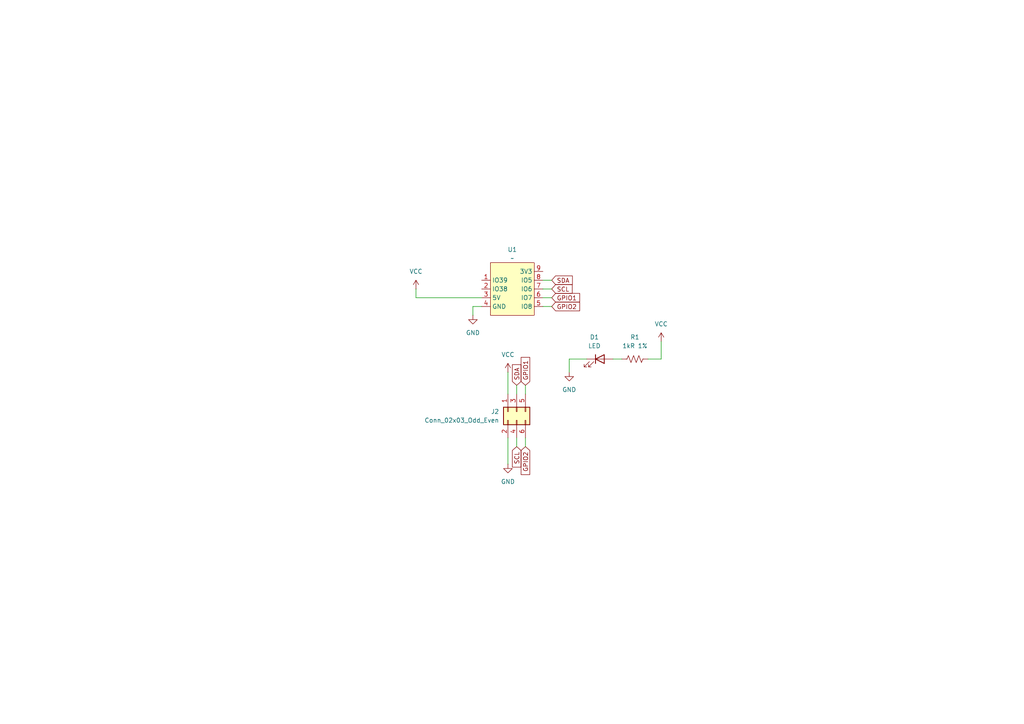
<source format=kicad_sch>
(kicad_sch (version 20250114) (generator "eeschema") (generator_version "9.0")
  (paper "A4")
  (title_block (title "M5Stack Atom SAO") (date "2025-02-13") (rev "0.1") (company "Espressif Systems") (comment 1 "Pedro Minatel"))
  (lib_symbols
    (symbol "Connector_Generic:Conn_02x03_Odd_Even" (pin_names (offset 1.016) (hide yes))
      (property "Reference" "J" (at 1.27 5.08 0))
      (property "Value" "Conn_02x03_Odd_Even" (at 1.27 -5.08 0))
      (symbol "Conn_02x03_Odd_Even_1_1"
        (rectangle (start -1.27 3.81) (end 3.81 -3.81) (stroke (width 0.254)) (fill (type background)))
        (rectangle (start -1.27 2.667) (end 0 2.413) (stroke (width 0.1524)))
        (rectangle (start -1.27 0.127) (end 0 -0.127) (stroke (width 0.1524)))
        (rectangle (start -1.27 -2.413) (end 0 -2.667) (stroke (width 0.1524)))
        (rectangle (start 3.81 2.667) (end 2.54 2.413) (stroke (width 0.1524)))
        (rectangle (start 3.81 0.127) (end 2.54 -0.127) (stroke (width 0.1524)))
        (rectangle (start 3.81 -2.413) (end 2.54 -2.667) (stroke (width 0.1524)))
        (pin passive line (at -5.08 2.54 0) (length 3.81) (name "Pin_1") (number "1"))
        (pin passive line (at -5.08 0 0) (length 3.81) (name "Pin_3") (number "3"))
        (pin passive line (at -5.08 -2.54 0) (length 3.81) (name "Pin_5") (number "5"))
        (pin passive line (at 7.62 2.54 180) (length 3.81) (name "Pin_2") (number "2"))
        (pin passive line (at 7.62 0 180) (length 3.81) (name "Pin_4") (number "4"))
        (pin passive line (at 7.62 -2.54 180) (length 3.81) (name "Pin_6") (number "6"))
      )
    )
    (symbol "Device:LED" (pin_numbers (hide yes)) (pin_names (offset 1.016) (hide yes))
      (property "Reference" "D" (at 0 2.54 0))
      (property "Value" "LED" (at 0 -2.54 0))
      (symbol "LED_0_1"
        (polyline (pts (xy -3.048 -0.762) (xy -4.572 -2.286) (xy -3.81 -2.286) (xy -4.572 -2.286) (xy -4.572 -1.524)))
        (polyline (pts (xy -1.778 -0.762) (xy -3.302 -2.286) (xy -2.54 -2.286) (xy -3.302 -2.286) (xy -3.302 -1.524)))
        (polyline (pts (xy -1.27 0) (xy 1.27 0)))
        (polyline (pts (xy -1.27 -1.27) (xy -1.27 1.27)) (stroke (width 0.254)))
        (polyline (pts (xy 1.27 -1.27) (xy 1.27 1.27) (xy -1.27 0) (xy 1.27 -1.27)) (stroke (width 0.254)))
      )
      (symbol "LED_1_1"
        (pin passive line (at -3.81 0 0) (length 2.54) (name "K") (number "1"))
        (pin passive line (at 3.81 0 180) (length 2.54) (name "A") (number "2"))
      )
    )
    (symbol "Device:R_US" (pin_numbers (hide yes)) (pin_names (offset 0))
      (property "Reference" "R" (at 2.54 0 90))
      (property "Value" "R_US" (at -2.54 0 90))
      (symbol "R_US_0_1"
        (polyline (pts (xy 0 2.286) (xy 0 2.54)))
        (polyline (pts (xy 0 2.286) (xy 1.016 1.905) (xy 0 1.524) (xy -1.016 1.143) (xy 0 0.762)))
        (polyline (pts (xy 0 0.762) (xy 1.016 0.381) (xy 0 0) (xy -1.016 -0.381) (xy 0 -0.762)))
        (polyline (pts (xy 0 -0.762) (xy 1.016 -1.143) (xy 0 -1.524) (xy -1.016 -1.905) (xy 0 -2.286)))
        (polyline (pts (xy 0 -2.286) (xy 0 -2.54)))
      )
      (symbol "R_US_1_1"
        (pin passive line (at 0 3.81 270) (length 1.27) (name "~") (number "1"))
        (pin passive line (at 0 -3.81 90) (length 1.27) (name "~") (number "2"))
      )
    )
    (symbol "M5Stack:AtomS3"
      (property "Reference" "U" (at 0 -9.398 0))
      (symbol "AtomS3_1_1"
        (rectangle (start -6.35 7.62) (end 6.35 -7.62) (fill (type background)))
        (pin bidirectional line (at -8.89 2.54 0) (length 2.54) (name "IO39") (number "1"))
        (pin bidirectional line (at -8.89 0 0) (length 2.54) (name "IO38") (number "2"))
        (pin power_in line (at -8.89 -2.54 0) (length 2.54) (name "5V") (number "3"))
        (pin power_in line (at -8.89 -5.08 0) (length 2.54) (name "GND") (number "4"))
        (pin power_in line (at 8.89 5.08 180) (length 2.54) (name "3V3") (number "9"))
        (pin bidirectional line (at 8.89 2.54 180) (length 2.54) (name "IO5") (number "8"))
        (pin bidirectional line (at 8.89 0 180) (length 2.54) (name "IO6") (number "7"))
        (pin bidirectional line (at 8.89 -2.54 180) (length 2.54) (name "IO7") (number "6"))
        (pin bidirectional line (at 8.89 -5.08 180) (length 2.54) (name "IO8") (number "5"))
      )
    )
    (symbol "power:GND" (power) (pin_numbers (hide yes)) (pin_names (offset 0) (hide yes))
      (property "Value" "GND" (at 0 -3.81 0))
      (symbol "GND_0_1"
        (polyline (pts (xy 0 0) (xy 0 -1.27) (xy 1.27 -1.27) (xy 0 -2.54) (xy -1.27 -1.27) (xy 0 -1.27)))
      )
      (symbol "GND_1_1"
        (pin power_in line (at 0 0 270) (length 0) (name "~") (number "1"))
      )
    )
    (symbol "power:VCC" (power) (pin_numbers (hide yes)) (pin_names (offset 0) (hide yes))
      (property "Value" "VCC" (at 0 3.556 0))
      (symbol "VCC_0_1"
        (polyline (pts (xy -0.762 1.27) (xy 0 2.54)))
        (polyline (pts (xy 0 2.54) (xy 0.762 1.27)))
        (polyline (pts (xy 0 0) (xy 0 2.54)))
      )
      (symbol "VCC_1_1"
        (pin power_in line (at 0 0 90) (length 0) (name "~") (number "1"))
      )
    )
  )
  (wire (pts (xy 149.86 127) (xy 149.86 129.54)))
  (wire (pts (xy 147.32 127) (xy 147.32 134.62)))
  (wire (pts (xy 170.18 104.14) (xy 165.1 104.14)))
  (wire (pts (xy 152.4 127) (xy 152.4 129.54)))
  (wire (pts (xy 177.8 104.14) (xy 180.34 104.14)))
  (wire (pts (xy 120.65 86.36) (xy 139.7 86.36)))
  (wire (pts (xy 157.48 86.36) (xy 160.02 86.36)))
  (wire (pts (xy 152.4 111.76) (xy 152.4 114.3)))
  (wire (pts (xy 139.7 88.9) (xy 137.16 88.9)))
  (wire (pts (xy 137.16 88.9) (xy 137.16 91.44)))
  (wire (pts (xy 149.86 111.76) (xy 149.86 114.3)))
  (wire (pts (xy 147.32 107.95) (xy 147.32 114.3)))
  (wire (pts (xy 191.77 104.14) (xy 191.77 99.06)))
  (wire (pts (xy 165.1 104.14) (xy 165.1 107.95)))
  (wire (pts (xy 157.48 81.28) (xy 160.02 81.28)))
  (wire (pts (xy 157.48 88.9) (xy 160.02 88.9)))
  (wire (pts (xy 187.96 104.14) (xy 191.77 104.14)))
  (wire (pts (xy 120.65 83.82) (xy 120.65 86.36)))
  (wire (pts (xy 157.48 83.82) (xy 160.02 83.82)))
  (global_label "GPIO2" (shape input) (at 160.02 88.9 0) (property "Intersheetrefs" "${INTERSHEET_REFS}" (effects (hide yes))))
  (global_label "GPIO2" (shape input) (at 152.4 129.54 270) (property "Intersheetrefs" "${INTERSHEET_REFS}" (effects (hide yes))))
  (global_label "SCL" (shape input) (at 160.02 83.82 0) (property "Intersheetrefs" "${INTERSHEET_REFS}" (effects (hide yes))))
  (global_label "SCL" (shape input) (at 149.86 129.54 270) (property "Intersheetrefs" "${INTERSHEET_REFS}" (effects (hide yes))))
  (global_label "SDA" (shape input) (at 160.02 81.28 0) (property "Intersheetrefs" "${INTERSHEET_REFS}" (effects (hide yes))))
  (global_label "GPIO1" (shape input) (at 152.4 111.76 90) (property "Intersheetrefs" "${INTERSHEET_REFS}" (effects (hide yes))))
  (global_label "SDA" (shape input) (at 149.86 111.76 90) (property "Intersheetrefs" "${INTERSHEET_REFS}" (effects (hide yes))))
  (global_label "GPIO1" (shape input) (at 160.02 86.36 0) (property "Intersheetrefs" "${INTERSHEET_REFS}" (effects (hide yes))))
  (symbol (lib_id "power:GND") (at 147.32 134.62 0) (unit 1)
    (property "Reference" "#PWR03" (effects (hide yes)))
    (property "Value" "GND" (at 147.32 139.7 0))
    (property "Description" "Power symbol creates a global label with name \"GND\" , ground" (effects (hide yes)))
  )
  (symbol (lib_id "power:GND") (at 137.16 91.44 0) (unit 1)
    (property "Reference" "#PWR01" (effects (hide yes)))
    (property "Value" "GND" (at 137.16 96.52 0))
    (property "Description" "Power symbol creates a global label with name \"GND\" , ground" (effects (hide yes)))
  )
  (symbol (lib_id "Connector_Generic:Conn_02x03_Odd_Even") (at 149.86 119.38 90) (mirror x) (unit 1)
    (property "Reference" "J2" (at 144.78 119.3799 90) (effects (justify left)))
    (property "Value" "Conn_02x03_Odd_Even" (at 144.78 121.9199 90) (effects (justify left)))
    (property "Footprint" "Connector_IDC:IDC-Header_2x03_P2.54mm_Vertical" (effects (hide yes)))
    (property "Description" "Generic connector, double row, 02x03, odd/even pin numbering scheme (row 1 odd numbers, row 2 even numbers), script generated (kicad-library-utils/schlib/autogen/connector/)" (effects (hide yes)))
  )
  (symbol (lib_id "power:VCC") (at 147.32 107.95 0) (unit 1)
    (property "Reference" "#PWR04" (effects (hide yes)))
    (property "Value" "VCC" (at 147.32 102.87 0))
    (property "Description" "Power symbol creates a global label with name \"VCC\"" (effects (hide yes)))
  )
  (symbol (lib_id "power:VCC") (at 120.65 83.82 0) (unit 1)
    (property "Reference" "#PWR02" (effects (hide yes)))
    (property "Value" "VCC" (at 120.65 78.74 0))
    (property "Description" "Power symbol creates a global label with name \"VCC\"" (effects (hide yes)))
  )
  (symbol (lib_id "M5Stack:AtomS3") (at 148.59 83.82 0) (unit 1)
    (property "Reference" "U1" (at 148.59 72.39 0))
    (property "Value" "~" (at 148.59 74.93 0))
    (property "Footprint" "M5Stack:AtomS3" (effects (hide yes)))
  )
  (symbol (lib_id "power:GND") (at 165.1 107.95 0) (unit 1)
    (property "Reference" "#PWR06" (effects (hide yes)))
    (property "Value" "GND" (at 165.1 113.03 0))
    (property "Description" "Power symbol creates a global label with name \"GND\" , ground" (effects (hide yes)))
  )
  (symbol (lib_id "Device:R_US") (at 184.15 104.14 90) (unit 1)
    (property "Reference" "R1" (at 184.15 97.79 90))
    (property "Value" "1kR 1%" (at 184.15 100.33 90))
    (property "Footprint" "Resistor_SMD:R_0603_1608Metric" (effects (hide yes)))
    (property "Description" "Resistor, US symbol" (effects (hide yes)))
  )
  (symbol (lib_id "Device:LED") (at 173.99 104.14 0) (unit 1)
    (property "Reference" "D1" (at 172.4025 97.79 0))
    (property "Value" "LED" (at 172.4025 100.33 0))
    (property "Footprint" "LED_SMD:LED_0603_1608Metric" (effects (hide yes)))
    (property "Description" "Light emitting diode" (effects (hide yes)))
  )
  (symbol (lib_id "power:VCC") (at 191.77 99.06 0) (unit 1)
    (property "Reference" "#PWR05" (effects (hide yes)))
    (property "Value" "VCC" (at 191.77 93.98 0))
    (property "Description" "Power symbol creates a global label with name \"VCC\"" (effects (hide yes)))
  )
)
</source>
